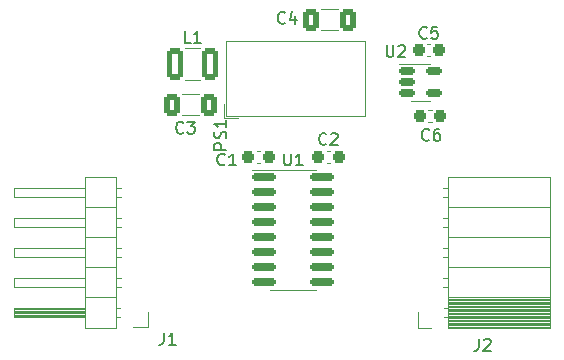
<source format=gbr>
%TF.GenerationSoftware,KiCad,Pcbnew,(6.0.4-0)*%
%TF.CreationDate,2022-07-13T07:01:54-06:00*%
%TF.ProjectId,level_translator,6c657665-6c5f-4747-9261-6e736c61746f,rev?*%
%TF.SameCoordinates,Original*%
%TF.FileFunction,Legend,Top*%
%TF.FilePolarity,Positive*%
%FSLAX46Y46*%
G04 Gerber Fmt 4.6, Leading zero omitted, Abs format (unit mm)*
G04 Created by KiCad (PCBNEW (6.0.4-0)) date 2022-07-13 07:01:54*
%MOMM*%
%LPD*%
G01*
G04 APERTURE LIST*
G04 Aperture macros list*
%AMRoundRect*
0 Rectangle with rounded corners*
0 $1 Rounding radius*
0 $2 $3 $4 $5 $6 $7 $8 $9 X,Y pos of 4 corners*
0 Add a 4 corners polygon primitive as box body*
4,1,4,$2,$3,$4,$5,$6,$7,$8,$9,$2,$3,0*
0 Add four circle primitives for the rounded corners*
1,1,$1+$1,$2,$3*
1,1,$1+$1,$4,$5*
1,1,$1+$1,$6,$7*
1,1,$1+$1,$8,$9*
0 Add four rect primitives between the rounded corners*
20,1,$1+$1,$2,$3,$4,$5,0*
20,1,$1+$1,$4,$5,$6,$7,0*
20,1,$1+$1,$6,$7,$8,$9,0*
20,1,$1+$1,$8,$9,$2,$3,0*%
G04 Aperture macros list end*
%ADD10C,0.150000*%
%ADD11C,0.120000*%
%ADD12RoundRect,0.250001X-0.462499X-1.074999X0.462499X-1.074999X0.462499X1.074999X-0.462499X1.074999X0*%
%ADD13R,1.400000X1.800000*%
%ADD14O,1.400000X1.800000*%
%ADD15RoundRect,0.237500X-0.300000X-0.237500X0.300000X-0.237500X0.300000X0.237500X-0.300000X0.237500X0*%
%ADD16RoundRect,0.250000X0.412500X0.650000X-0.412500X0.650000X-0.412500X-0.650000X0.412500X-0.650000X0*%
%ADD17RoundRect,0.237500X0.300000X0.237500X-0.300000X0.237500X-0.300000X-0.237500X0.300000X-0.237500X0*%
%ADD18RoundRect,0.150000X-0.825000X-0.150000X0.825000X-0.150000X0.825000X0.150000X-0.825000X0.150000X0*%
%ADD19R,1.700000X1.700000*%
%ADD20O,1.700000X1.700000*%
%ADD21RoundRect,0.150000X-0.512500X-0.150000X0.512500X-0.150000X0.512500X0.150000X-0.512500X0.150000X0*%
G04 APERTURE END LIST*
D10*
%TO.C,L1*%
X155933333Y-74672380D02*
X155457142Y-74672380D01*
X155457142Y-73672380D01*
X156790476Y-74672380D02*
X156219047Y-74672380D01*
X156504761Y-74672380D02*
X156504761Y-73672380D01*
X156409523Y-73815238D01*
X156314285Y-73910476D01*
X156219047Y-73958095D01*
%TO.C,PS1*%
X158952380Y-83714285D02*
X157952380Y-83714285D01*
X157952380Y-83333333D01*
X158000000Y-83238095D01*
X158047619Y-83190476D01*
X158142857Y-83142857D01*
X158285714Y-83142857D01*
X158380952Y-83190476D01*
X158428571Y-83238095D01*
X158476190Y-83333333D01*
X158476190Y-83714285D01*
X158904761Y-82761904D02*
X158952380Y-82619047D01*
X158952380Y-82380952D01*
X158904761Y-82285714D01*
X158857142Y-82238095D01*
X158761904Y-82190476D01*
X158666666Y-82190476D01*
X158571428Y-82238095D01*
X158523809Y-82285714D01*
X158476190Y-82380952D01*
X158428571Y-82571428D01*
X158380952Y-82666666D01*
X158333333Y-82714285D01*
X158238095Y-82761904D01*
X158142857Y-82761904D01*
X158047619Y-82714285D01*
X158000000Y-82666666D01*
X157952380Y-82571428D01*
X157952380Y-82333333D01*
X158000000Y-82190476D01*
X158952380Y-81238095D02*
X158952380Y-81809523D01*
X158952380Y-81523809D02*
X157952380Y-81523809D01*
X158095238Y-81619047D01*
X158190476Y-81714285D01*
X158238095Y-81809523D01*
%TO.C,C6*%
X176133333Y-82857142D02*
X176085714Y-82904761D01*
X175942857Y-82952380D01*
X175847619Y-82952380D01*
X175704761Y-82904761D01*
X175609523Y-82809523D01*
X175561904Y-82714285D01*
X175514285Y-82523809D01*
X175514285Y-82380952D01*
X175561904Y-82190476D01*
X175609523Y-82095238D01*
X175704761Y-82000000D01*
X175847619Y-81952380D01*
X175942857Y-81952380D01*
X176085714Y-82000000D01*
X176133333Y-82047619D01*
X176990476Y-81952380D02*
X176800000Y-81952380D01*
X176704761Y-82000000D01*
X176657142Y-82047619D01*
X176561904Y-82190476D01*
X176514285Y-82380952D01*
X176514285Y-82761904D01*
X176561904Y-82857142D01*
X176609523Y-82904761D01*
X176704761Y-82952380D01*
X176895238Y-82952380D01*
X176990476Y-82904761D01*
X177038095Y-82857142D01*
X177085714Y-82761904D01*
X177085714Y-82523809D01*
X177038095Y-82428571D01*
X176990476Y-82380952D01*
X176895238Y-82333333D01*
X176704761Y-82333333D01*
X176609523Y-82380952D01*
X176561904Y-82428571D01*
X176514285Y-82523809D01*
%TO.C,C5*%
X175933333Y-74227142D02*
X175885714Y-74274761D01*
X175742857Y-74322380D01*
X175647619Y-74322380D01*
X175504761Y-74274761D01*
X175409523Y-74179523D01*
X175361904Y-74084285D01*
X175314285Y-73893809D01*
X175314285Y-73750952D01*
X175361904Y-73560476D01*
X175409523Y-73465238D01*
X175504761Y-73370000D01*
X175647619Y-73322380D01*
X175742857Y-73322380D01*
X175885714Y-73370000D01*
X175933333Y-73417619D01*
X176838095Y-73322380D02*
X176361904Y-73322380D01*
X176314285Y-73798571D01*
X176361904Y-73750952D01*
X176457142Y-73703333D01*
X176695238Y-73703333D01*
X176790476Y-73750952D01*
X176838095Y-73798571D01*
X176885714Y-73893809D01*
X176885714Y-74131904D01*
X176838095Y-74227142D01*
X176790476Y-74274761D01*
X176695238Y-74322380D01*
X176457142Y-74322380D01*
X176361904Y-74274761D01*
X176314285Y-74227142D01*
%TO.C,C4*%
X163933333Y-72957142D02*
X163885714Y-73004761D01*
X163742857Y-73052380D01*
X163647619Y-73052380D01*
X163504761Y-73004761D01*
X163409523Y-72909523D01*
X163361904Y-72814285D01*
X163314285Y-72623809D01*
X163314285Y-72480952D01*
X163361904Y-72290476D01*
X163409523Y-72195238D01*
X163504761Y-72100000D01*
X163647619Y-72052380D01*
X163742857Y-72052380D01*
X163885714Y-72100000D01*
X163933333Y-72147619D01*
X164790476Y-72385714D02*
X164790476Y-73052380D01*
X164552380Y-72004761D02*
X164314285Y-72719047D01*
X164933333Y-72719047D01*
%TO.C,C3*%
X155333333Y-82257142D02*
X155285714Y-82304761D01*
X155142857Y-82352380D01*
X155047619Y-82352380D01*
X154904761Y-82304761D01*
X154809523Y-82209523D01*
X154761904Y-82114285D01*
X154714285Y-81923809D01*
X154714285Y-81780952D01*
X154761904Y-81590476D01*
X154809523Y-81495238D01*
X154904761Y-81400000D01*
X155047619Y-81352380D01*
X155142857Y-81352380D01*
X155285714Y-81400000D01*
X155333333Y-81447619D01*
X155666666Y-81352380D02*
X156285714Y-81352380D01*
X155952380Y-81733333D01*
X156095238Y-81733333D01*
X156190476Y-81780952D01*
X156238095Y-81828571D01*
X156285714Y-81923809D01*
X156285714Y-82161904D01*
X156238095Y-82257142D01*
X156190476Y-82304761D01*
X156095238Y-82352380D01*
X155809523Y-82352380D01*
X155714285Y-82304761D01*
X155666666Y-82257142D01*
%TO.C,C2*%
X167433333Y-83227142D02*
X167385714Y-83274761D01*
X167242857Y-83322380D01*
X167147619Y-83322380D01*
X167004761Y-83274761D01*
X166909523Y-83179523D01*
X166861904Y-83084285D01*
X166814285Y-82893809D01*
X166814285Y-82750952D01*
X166861904Y-82560476D01*
X166909523Y-82465238D01*
X167004761Y-82370000D01*
X167147619Y-82322380D01*
X167242857Y-82322380D01*
X167385714Y-82370000D01*
X167433333Y-82417619D01*
X167814285Y-82417619D02*
X167861904Y-82370000D01*
X167957142Y-82322380D01*
X168195238Y-82322380D01*
X168290476Y-82370000D01*
X168338095Y-82417619D01*
X168385714Y-82512857D01*
X168385714Y-82608095D01*
X168338095Y-82750952D01*
X167766666Y-83322380D01*
X168385714Y-83322380D01*
%TO.C,C1*%
X158833333Y-84957142D02*
X158785714Y-85004761D01*
X158642857Y-85052380D01*
X158547619Y-85052380D01*
X158404761Y-85004761D01*
X158309523Y-84909523D01*
X158261904Y-84814285D01*
X158214285Y-84623809D01*
X158214285Y-84480952D01*
X158261904Y-84290476D01*
X158309523Y-84195238D01*
X158404761Y-84100000D01*
X158547619Y-84052380D01*
X158642857Y-84052380D01*
X158785714Y-84100000D01*
X158833333Y-84147619D01*
X159785714Y-85052380D02*
X159214285Y-85052380D01*
X159500000Y-85052380D02*
X159500000Y-84052380D01*
X159404761Y-84195238D01*
X159309523Y-84290476D01*
X159214285Y-84338095D01*
%TO.C,U1*%
X163848095Y-84052380D02*
X163848095Y-84861904D01*
X163895714Y-84957142D01*
X163943333Y-85004761D01*
X164038571Y-85052380D01*
X164229047Y-85052380D01*
X164324285Y-85004761D01*
X164371904Y-84957142D01*
X164419523Y-84861904D01*
X164419523Y-84052380D01*
X165419523Y-85052380D02*
X164848095Y-85052380D01*
X165133809Y-85052380D02*
X165133809Y-84052380D01*
X165038571Y-84195238D01*
X164943333Y-84290476D01*
X164848095Y-84338095D01*
%TO.C,J1*%
X153666666Y-99222380D02*
X153666666Y-99936666D01*
X153619047Y-100079523D01*
X153523809Y-100174761D01*
X153380952Y-100222380D01*
X153285714Y-100222380D01*
X154666666Y-100222380D02*
X154095238Y-100222380D01*
X154380952Y-100222380D02*
X154380952Y-99222380D01*
X154285714Y-99365238D01*
X154190476Y-99460476D01*
X154095238Y-99508095D01*
%TO.C,J2*%
X180346666Y-99722380D02*
X180346666Y-100436666D01*
X180299047Y-100579523D01*
X180203809Y-100674761D01*
X180060952Y-100722380D01*
X179965714Y-100722380D01*
X180775238Y-99817619D02*
X180822857Y-99770000D01*
X180918095Y-99722380D01*
X181156190Y-99722380D01*
X181251428Y-99770000D01*
X181299047Y-99817619D01*
X181346666Y-99912857D01*
X181346666Y-100008095D01*
X181299047Y-100150952D01*
X180727619Y-100722380D01*
X181346666Y-100722380D01*
%TO.C,U2*%
X172538095Y-74852380D02*
X172538095Y-75661904D01*
X172585714Y-75757142D01*
X172633333Y-75804761D01*
X172728571Y-75852380D01*
X172919047Y-75852380D01*
X173014285Y-75804761D01*
X173061904Y-75757142D01*
X173109523Y-75661904D01*
X173109523Y-74852380D01*
X173538095Y-74947619D02*
X173585714Y-74900000D01*
X173680952Y-74852380D01*
X173919047Y-74852380D01*
X174014285Y-74900000D01*
X174061904Y-74947619D01*
X174109523Y-75042857D01*
X174109523Y-75138095D01*
X174061904Y-75280952D01*
X173490476Y-75852380D01*
X174109523Y-75852380D01*
D11*
%TO.C,L1*%
X155497936Y-75140000D02*
X156702064Y-75140000D01*
X155497936Y-77860000D02*
X156702064Y-77860000D01*
%TO.C,PS1*%
X170700000Y-74510000D02*
X170700000Y-80850000D01*
X158930000Y-80850000D02*
X170700000Y-80850000D01*
X158930000Y-74510000D02*
X158930000Y-80850000D01*
X158930000Y-74510000D02*
X170700000Y-74510000D01*
X158730000Y-79850000D02*
X158730000Y-81050000D01*
X158730000Y-81050000D02*
X159930000Y-81050000D01*
%TO.C,C6*%
X176053733Y-80390000D02*
X176346267Y-80390000D01*
X176053733Y-81410000D02*
X176346267Y-81410000D01*
%TO.C,C5*%
X175953733Y-74790000D02*
X176246267Y-74790000D01*
X175953733Y-75810000D02*
X176246267Y-75810000D01*
%TO.C,C4*%
X168411252Y-71790000D02*
X166988748Y-71790000D01*
X168411252Y-73610000D02*
X166988748Y-73610000D01*
%TO.C,C3*%
X156648752Y-78990000D02*
X155226248Y-78990000D01*
X156648752Y-80810000D02*
X155226248Y-80810000D01*
%TO.C,C2*%
X167453733Y-83790000D02*
X167746267Y-83790000D01*
X167453733Y-84810000D02*
X167746267Y-84810000D01*
%TO.C,C1*%
X161846267Y-84810000D02*
X161553733Y-84810000D01*
X161846267Y-83790000D02*
X161553733Y-83790000D01*
%TO.C,U1*%
X164610000Y-95560000D02*
X162660000Y-95560000D01*
X164610000Y-85440000D02*
X161160000Y-85440000D01*
X164610000Y-85440000D02*
X166560000Y-85440000D01*
X164610000Y-95560000D02*
X166560000Y-95560000D01*
%TO.C,J1*%
X147000000Y-95340000D02*
X141000000Y-95340000D01*
X147000000Y-98830000D02*
X149660000Y-98830000D01*
X147000000Y-92800000D02*
X141000000Y-92800000D01*
X141000000Y-94580000D02*
X147000000Y-94580000D01*
X152370000Y-98770000D02*
X151100000Y-98770000D01*
X147000000Y-97340000D02*
X141000000Y-97340000D01*
X141000000Y-92800000D02*
X141000000Y-92040000D01*
X141000000Y-86960000D02*
X147000000Y-86960000D01*
X149660000Y-98830000D02*
X149660000Y-86010000D01*
X149660000Y-86010000D02*
X147000000Y-86010000D01*
X149660000Y-88610000D02*
X147000000Y-88610000D01*
X150057071Y-86960000D02*
X149660000Y-86960000D01*
X141000000Y-87720000D02*
X141000000Y-86960000D01*
X150057071Y-94580000D02*
X149660000Y-94580000D01*
X149990000Y-97120000D02*
X149660000Y-97120000D01*
X150057071Y-95340000D02*
X149660000Y-95340000D01*
X147000000Y-97220000D02*
X141000000Y-97220000D01*
X147000000Y-97880000D02*
X141000000Y-97880000D01*
X141000000Y-97120000D02*
X147000000Y-97120000D01*
X141000000Y-90260000D02*
X141000000Y-89500000D01*
X147000000Y-86010000D02*
X147000000Y-98830000D01*
X147000000Y-97460000D02*
X141000000Y-97460000D01*
X141000000Y-92040000D02*
X147000000Y-92040000D01*
X149660000Y-91150000D02*
X147000000Y-91150000D01*
X147000000Y-87720000D02*
X141000000Y-87720000D01*
X149660000Y-96230000D02*
X147000000Y-96230000D01*
X147000000Y-97820000D02*
X141000000Y-97820000D01*
X147000000Y-97700000D02*
X141000000Y-97700000D01*
X150057071Y-90260000D02*
X149660000Y-90260000D01*
X150057071Y-89500000D02*
X149660000Y-89500000D01*
X150057071Y-92800000D02*
X149660000Y-92800000D01*
X147000000Y-97580000D02*
X141000000Y-97580000D01*
X149990000Y-97880000D02*
X149660000Y-97880000D01*
X141000000Y-89500000D02*
X147000000Y-89500000D01*
X141000000Y-97880000D02*
X141000000Y-97120000D01*
X150057071Y-87720000D02*
X149660000Y-87720000D01*
X150057071Y-92040000D02*
X149660000Y-92040000D01*
X141000000Y-95340000D02*
X141000000Y-94580000D01*
X147000000Y-90260000D02*
X141000000Y-90260000D01*
X149660000Y-93690000D02*
X147000000Y-93690000D01*
X152370000Y-97500000D02*
X152370000Y-98770000D01*
%TO.C,J2*%
X186390000Y-96348100D02*
X177760000Y-96348100D01*
X186390000Y-97529050D02*
X177760000Y-97529050D01*
X186390000Y-98830000D02*
X177760000Y-98830000D01*
X177760000Y-89520000D02*
X177350000Y-89520000D01*
X186390000Y-98355715D02*
X177760000Y-98355715D01*
X186390000Y-93690000D02*
X177760000Y-93690000D01*
X186390000Y-88610000D02*
X177760000Y-88610000D01*
X186390000Y-97883335D02*
X177760000Y-97883335D01*
X186390000Y-96702385D02*
X177760000Y-96702385D01*
X186390000Y-97410955D02*
X177760000Y-97410955D01*
X177760000Y-94600000D02*
X177350000Y-94600000D01*
X177760000Y-87700000D02*
X177350000Y-87700000D01*
X176300000Y-98830000D02*
X175190000Y-98830000D01*
X177760000Y-95320000D02*
X177350000Y-95320000D01*
X175190000Y-98830000D02*
X175190000Y-97500000D01*
X186390000Y-97647145D02*
X177760000Y-97647145D01*
X186390000Y-98119525D02*
X177760000Y-98119525D01*
X186390000Y-96230000D02*
X177760000Y-96230000D01*
X177760000Y-97860000D02*
X177410000Y-97860000D01*
X186390000Y-98001430D02*
X177760000Y-98001430D01*
X177760000Y-86980000D02*
X177350000Y-86980000D01*
X177760000Y-92780000D02*
X177350000Y-92780000D01*
X186390000Y-96938575D02*
X177760000Y-96938575D01*
X186390000Y-97174765D02*
X177760000Y-97174765D01*
X186390000Y-98237620D02*
X177760000Y-98237620D01*
X186390000Y-86010000D02*
X177760000Y-86010000D01*
X186390000Y-98473810D02*
X177760000Y-98473810D01*
X186390000Y-96584290D02*
X177760000Y-96584290D01*
X186390000Y-98830000D02*
X186390000Y-86010000D01*
X177760000Y-92060000D02*
X177350000Y-92060000D01*
X186390000Y-97056670D02*
X177760000Y-97056670D01*
X177760000Y-90240000D02*
X177350000Y-90240000D01*
X177760000Y-98830000D02*
X177760000Y-86010000D01*
X177760000Y-97140000D02*
X177410000Y-97140000D01*
X186390000Y-97765240D02*
X177760000Y-97765240D01*
X186390000Y-91150000D02*
X177760000Y-91150000D01*
X186390000Y-98591905D02*
X177760000Y-98591905D01*
X186390000Y-96820480D02*
X177760000Y-96820480D01*
X186390000Y-96466195D02*
X177760000Y-96466195D01*
X186390000Y-98710000D02*
X177760000Y-98710000D01*
X186390000Y-97292860D02*
X177760000Y-97292860D01*
%TO.C,U2*%
X175400000Y-76440000D02*
X173600000Y-76440000D01*
X175400000Y-79560000D02*
X174600000Y-79560000D01*
X175400000Y-76440000D02*
X176200000Y-76440000D01*
X175400000Y-79560000D02*
X176200000Y-79560000D01*
%TD*%
%LPC*%
D12*
%TO.C,L1*%
X154612500Y-76500000D03*
X157587500Y-76500000D03*
%TD*%
D13*
%TO.C,PS1*%
X161000000Y-79600000D03*
D14*
X163540000Y-79600000D03*
X166080000Y-79600000D03*
X168620000Y-79600000D03*
%TD*%
D15*
%TO.C,C6*%
X175337500Y-80900000D03*
X177062500Y-80900000D03*
%TD*%
%TO.C,C5*%
X175237500Y-75300000D03*
X176962500Y-75300000D03*
%TD*%
D16*
%TO.C,C4*%
X169262500Y-72700000D03*
X166137500Y-72700000D03*
%TD*%
%TO.C,C3*%
X157500000Y-79900000D03*
X154375000Y-79900000D03*
%TD*%
D15*
%TO.C,C2*%
X166737500Y-84300000D03*
X168462500Y-84300000D03*
%TD*%
D17*
%TO.C,C1*%
X162562500Y-84300000D03*
X160837500Y-84300000D03*
%TD*%
D18*
%TO.C,U1*%
X162135000Y-86055000D03*
X162135000Y-87325000D03*
X162135000Y-88595000D03*
X162135000Y-89865000D03*
X162135000Y-91135000D03*
X162135000Y-92405000D03*
X162135000Y-93675000D03*
X162135000Y-94945000D03*
X167085000Y-94945000D03*
X167085000Y-93675000D03*
X167085000Y-92405000D03*
X167085000Y-91135000D03*
X167085000Y-89865000D03*
X167085000Y-88595000D03*
X167085000Y-87325000D03*
X167085000Y-86055000D03*
%TD*%
D19*
%TO.C,J1*%
X151100000Y-97500000D03*
D20*
X151100000Y-94960000D03*
X151100000Y-92420000D03*
X151100000Y-89880000D03*
X151100000Y-87340000D03*
%TD*%
D19*
%TO.C,J2*%
X176300000Y-97500000D03*
D20*
X176300000Y-94960000D03*
X176300000Y-92420000D03*
X176300000Y-89880000D03*
X176300000Y-87340000D03*
%TD*%
D21*
%TO.C,U2*%
X174262500Y-77050000D03*
X174262500Y-78000000D03*
X174262500Y-78950000D03*
X176537500Y-78950000D03*
X176537500Y-77050000D03*
%TD*%
M02*

</source>
